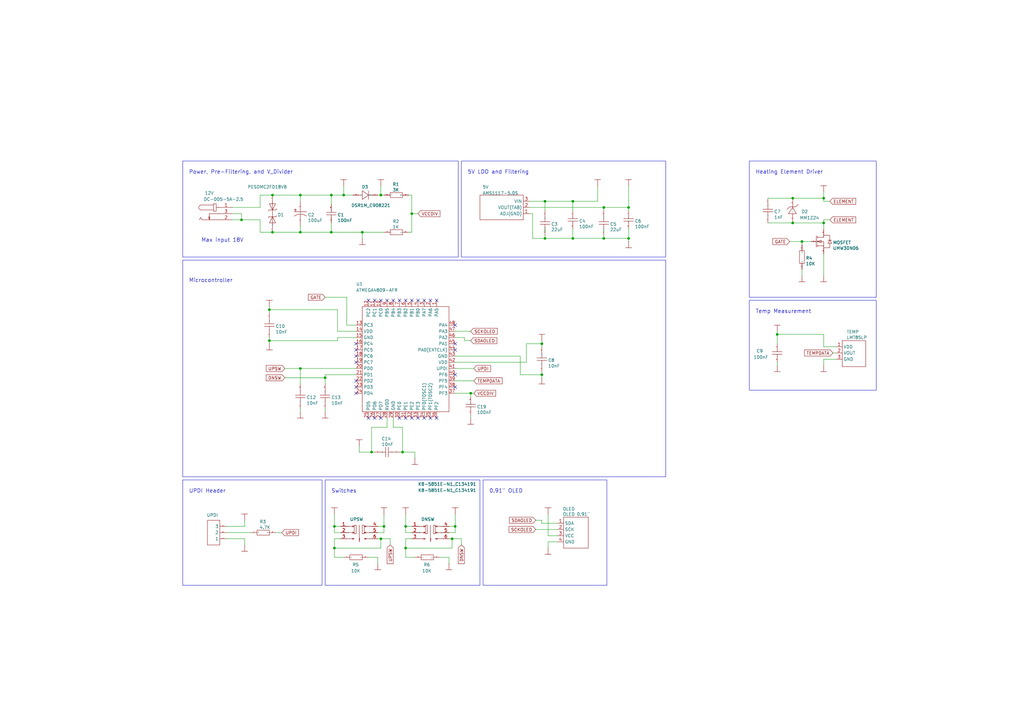
<source format=kicad_sch>
(kicad_sch (version 20231120) (generator "eeschema") (generator_version "8.0")
  (paper "A3")
  (title_block (date "2024-12-31"))
  (junction (at 193.04 161.29))
  (junction (at 257.81 97.79))
  (junction (at 111.76 80.01))
  (junction (at 186.69 215.9))
  (junction (at 325.12 91.44))
  (junction (at 133.35 154.94))
  (junction (at 328.93 99.06))
  (junction (at 123.19 95.25))
  (junction (at 222.25 153.67))
  (junction (at 137.16 215.9))
  (junction (at 234.95 97.79))
  (junction (at 165.1 185.42))
  (junction (at 222.25 140.97))
  (junction (at 157.48 215.9))
  (junction (at 223.52 82.55))
  (junction (at 247.65 97.79))
  (junction (at 257.81 85.09))
  (junction (at 99.06 90.17))
  (junction (at 140.97 80.01))
  (junction (at 185.42 220.98))
  (junction (at 152.4 185.42))
  (junction (at 110.49 127))
  (junction (at 111.76 95.25))
  (junction (at 337.82 91.44))
  (junction (at 337.82 81.28))
  (junction (at 318.77 137.16))
  (junction (at 223.52 97.79))
  (junction (at 135.89 95.25))
  (junction (at 123.19 80.01))
  (junction (at 156.21 80.01))
  (junction (at 168.91 87.63))
  (junction (at 135.89 80.01))
  (junction (at 247.65 85.09))
  (junction (at 325.12 81.28))
  (junction (at 156.21 220.98))
  (junction (at 166.37 215.9))
  (junction (at 166.37 224.79))
  (junction (at 148.59 95.25))
  (junction (at 123.19 151.13))
  (junction (at 110.49 139.7))
  (junction (at 137.16 224.79))
  (junction (at 234.95 82.55))
  (no_connect (at 163.83 171.45))
  (no_connect (at 168.91 171.45))
  (no_connect (at 146.05 158.75))
  (no_connect (at 186.69 153.67))
  (no_connect (at 166.37 123.19))
  (no_connect (at 163.83 123.19))
  (no_connect (at 146.05 143.51))
  (no_connect (at 176.53 171.45))
  (no_connect (at 146.05 140.97))
  (no_connect (at 179.07 171.45))
  (no_connect (at 156.21 123.19))
  (no_connect (at 186.69 133.35))
  (no_connect (at 171.45 123.19))
  (no_connect (at 158.75 123.19))
  (no_connect (at 186.69 143.51))
  (no_connect (at 186.69 140.97))
  (no_connect (at 168.91 123.19))
  (no_connect (at 146.05 148.59))
  (no_connect (at 173.99 123.19))
  (no_connect (at 153.67 171.45))
  (no_connect (at 151.13 171.45))
  (no_connect (at 146.05 161.29))
  (no_connect (at 176.53 123.19))
  (no_connect (at 156.21 171.45))
  (no_connect (at 146.05 156.21))
  (no_connect (at 146.05 146.05))
  (no_connect (at 151.13 123.19))
  (no_connect (at 161.29 123.19))
  (no_connect (at 173.99 171.45))
  (no_connect (at 166.37 171.45))
  (no_connect (at 171.45 171.45))
  (no_connect (at 186.69 158.75))
  (no_connect (at 153.67 123.19))
  (no_connect (at 179.07 123.19))
  (wire (pts (xy 123.19 151.13) (xy 116.84 151.13)))
  (wire (pts (xy 140.97 228.6) (xy 137.16 228.6)))
  (wire (pts (xy 257.81 85.09) (xy 257.81 76.2)))
  (wire (pts (xy 217.17 85.09) (xy 247.65 85.09)))
  (wire (pts (xy 92.71 218.44) (xy 102.87 218.44)))
  (wire (pts (xy 140.97 76.2) (xy 140.97 80.01)))
  (wire (pts (xy 167.64 95.25) (xy 168.91 95.25)))
  (wire (pts (xy 154.94 218.44) (xy 157.48 218.44)))
  (wire (pts (xy 222.25 140.97) (xy 222.25 142.24)))
  (wire (pts (xy 133.35 157.48) (xy 133.35 154.94)))
  (wire (pts (xy 247.65 93.98) (xy 247.65 95.25)))
  (wire (pts (xy 190.5 138.43) (xy 190.5 139.7)))
  (wire (pts (xy 123.19 167.64) (xy 123.19 168.91)))
  (wire (pts (xy 100.33 215.9) (xy 100.33 213.36)))
  (wire (pts (xy 95.25 87.63) (xy 99.06 87.63)))
  (wire (pts (xy 148.59 95.25) (xy 157.48 95.25)))
  (wire (pts (xy 151.13 228.6) (xy 154.94 228.6)))
  (wire (pts (xy 157.48 218.44) (xy 157.48 215.9)))
  (wire (pts (xy 147.32 182.88) (xy 147.32 185.42)))
  (wire (pts (xy 222.25 214.63) (xy 222.25 213.36)))
  (wire (pts (xy 342.9 147.32) (xy 337.82 147.32)))
  (wire (pts (xy 224.79 210.82) (xy 224.79 219.71)))
  (wire (pts (xy 185.42 220.98) (xy 189.23 220.98)))
  (wire (pts (xy 257.81 97.79) (xy 257.81 93.98)))
  (wire (pts (xy 138.43 139.7) (xy 110.49 139.7)))
  (wire (pts (xy 168.91 220.98) (xy 166.37 220.98)))
  (wire (pts (xy 337.82 82.55) (xy 337.82 81.28)))
  (wire (pts (xy 186.69 135.89) (xy 193.04 135.89)))
  (wire (pts (xy 166.37 215.9) (xy 168.91 215.9)))
  (wire (pts (xy 234.95 97.79) (xy 223.52 97.79)))
  (wire (pts (xy 190.5 139.7) (xy 193.04 139.7)))
  (wire (pts (xy 138.43 135.89) (xy 138.43 127)))
  (wire (pts (xy 223.52 97.79) (xy 218.44 97.79)))
  (wire (pts (xy 337.82 142.24) (xy 337.82 137.16)))
  (wire (pts (xy 99.06 87.63) (xy 99.06 90.17)))
  (wire (pts (xy 158.75 171.45) (xy 158.75 175.26)))
  (wire (pts (xy 218.44 97.79) (xy 218.44 87.63)))
  (wire (pts (xy 161.29 171.45) (xy 161.29 175.26)))
  (wire (pts (xy 139.7 218.44) (xy 137.16 218.44)))
  (wire (pts (xy 247.65 96.52) (xy 247.65 97.79)))
  (wire (pts (xy 318.77 135.89) (xy 318.77 137.16)))
  (wire (pts (xy 337.82 147.32) (xy 337.82 149.86)))
  (wire (pts (xy 160.02 220.98) (xy 160.02 223.52)))
  (wire (pts (xy 165.1 175.26) (xy 165.1 185.42)))
  (wire (pts (xy 224.79 224.79) (xy 224.79 222.25)))
  (wire (pts (xy 337.82 91.44) (xy 337.82 90.17)))
  (wire (pts (xy 137.16 210.82) (xy 137.16 215.9)))
  (wire (pts (xy 106.68 80.01) (xy 106.68 85.09)))
  (wire (pts (xy 135.89 91.44) (xy 135.89 95.25)))
  (wire (pts (xy 337.82 104.14) (xy 337.82 113.03)))
  (wire (pts (xy 148.59 95.25) (xy 135.89 95.25)))
  (wire (pts (xy 156.21 80.01) (xy 157.48 80.01)))
  (wire (pts (xy 166.37 220.98) (xy 166.37 224.79)))
  (wire (pts (xy 135.89 80.01) (xy 123.19 80.01)))
  (wire (pts (xy 257.81 97.79) (xy 247.65 97.79)))
  (wire (pts (xy 135.89 95.25) (xy 123.19 95.25)))
  (wire (pts (xy 247.65 86.36) (xy 247.65 85.09)))
  (wire (pts (xy 146.05 151.13) (xy 123.19 151.13)))
  (wire (pts (xy 224.79 219.71) (xy 228.6 219.71)))
  (wire (pts (xy 318.77 140.97) (xy 318.77 137.16)))
  (wire (pts (xy 325.12 81.28) (xy 337.82 81.28)))
  (wire (pts (xy 106.68 95.25) (xy 111.76 95.25)))
  (wire (pts (xy 135.89 83.82) (xy 135.89 80.01)))
  (wire (pts (xy 154.94 220.98) (xy 156.21 220.98)))
  (wire (pts (xy 170.18 185.42) (xy 170.18 187.96)))
  (wire (pts (xy 146.05 135.89) (xy 138.43 135.89)))
  (wire (pts (xy 100.33 220.98) (xy 92.71 220.98)))
  (wire (pts (xy 163.83 185.42) (xy 165.1 185.42)))
  (wire (pts (xy 223.52 82.55) (xy 234.95 82.55)))
  (wire (pts (xy 154.94 80.01) (xy 156.21 80.01)))
  (wire (pts (xy 148.59 97.79) (xy 148.59 95.25)))
  (wire (pts (xy 186.69 148.59) (xy 215.9 148.59)))
  (wire (pts (xy 137.16 224.79) (xy 156.21 224.79)))
  (wire (pts (xy 186.69 215.9) (xy 186.69 210.82)))
  (wire (pts (xy 186.69 156.21) (xy 194.31 156.21)))
  (wire (pts (xy 142.24 121.92) (xy 142.24 133.35)))
  (wire (pts (xy 123.19 92.71) (xy 123.19 95.25)))
  (wire (pts (xy 223.52 86.36) (xy 223.52 82.55)))
  (wire (pts (xy 186.69 161.29) (xy 193.04 161.29)))
  (wire (pts (xy 224.79 222.25) (xy 228.6 222.25)))
  (wire (pts (xy 166.37 210.82) (xy 166.37 215.9)))
  (wire (pts (xy 165.1 185.42) (xy 170.18 185.42)))
  (wire (pts (xy 168.91 218.44) (xy 166.37 218.44)))
  (wire (pts (xy 337.82 93.98) (xy 337.82 91.44)))
  (wire (pts (xy 213.36 153.67) (xy 222.25 153.67)))
  (wire (pts (xy 138.43 127) (xy 110.49 127)))
  (wire (pts (xy 166.37 218.44) (xy 166.37 215.9)))
  (wire (pts (xy 140.97 80.01) (xy 135.89 80.01)))
  (wire (pts (xy 166.37 224.79) (xy 185.42 224.79)))
  (wire (pts (xy 137.16 215.9) (xy 139.7 215.9)))
  (wire (pts (xy 111.76 80.01) (xy 106.68 80.01)))
  (wire (pts (xy 342.9 142.24) (xy 337.82 142.24)))
  (wire (pts (xy 100.33 223.52) (xy 100.33 220.98)))
  (wire (pts (xy 189.23 220.98) (xy 189.23 223.52)))
  (wire (pts (xy 154.94 228.6) (xy 154.94 231.14)))
  (wire (pts (xy 171.45 87.63) (xy 168.91 87.63)))
  (wire (pts (xy 139.7 220.98) (xy 137.16 220.98)))
  (wire (pts (xy 156.21 76.2) (xy 156.21 80.01)))
  (wire (pts (xy 106.68 90.17) (xy 106.68 95.25)))
  (wire (pts (xy 328.93 113.03) (xy 328.93 110.49)))
  (wire (pts (xy 223.52 96.52) (xy 223.52 97.79)))
  (wire (pts (xy 158.75 175.26) (xy 152.4 175.26)))
  (wire (pts (xy 314.96 81.28) (xy 325.12 81.28)))
  (wire (pts (xy 185.42 224.79) (xy 185.42 220.98)))
  (wire (pts (xy 234.95 93.98) (xy 234.95 97.79)))
  (wire (pts (xy 147.32 185.42) (xy 152.4 185.42)))
  (wire (pts (xy 137.16 218.44) (xy 137.16 215.9)))
  (wire (pts (xy 337.82 90.17) (xy 340.36 90.17)))
  (wire (pts (xy 328.93 99.06) (xy 332.74 99.06)))
  (wire (pts (xy 257.81 86.36) (xy 257.81 85.09)))
  (wire (pts (xy 245.11 82.55) (xy 234.95 82.55)))
  (wire (pts (xy 110.49 139.7) (xy 110.49 140.97)))
  (wire (pts (xy 95.25 90.17) (xy 99.06 90.17)))
  (wire (pts (xy 146.05 153.67) (xy 133.35 153.67)))
  (wire (pts (xy 193.04 170.18) (xy 193.04 171.45)))
  (wire (pts (xy 92.71 215.9) (xy 100.33 215.9)))
  (wire (pts (xy 217.17 82.55) (xy 223.52 82.55)))
  (wire (pts (xy 110.49 127) (xy 110.49 128.27)))
  (wire (pts (xy 215.9 148.59) (xy 215.9 140.97)))
  (wire (pts (xy 99.06 90.17) (xy 106.68 90.17)))
  (wire (pts (xy 186.69 138.43) (xy 190.5 138.43)))
  (wire (pts (xy 325.12 91.44) (xy 337.82 91.44)))
  (wire (pts (xy 215.9 140.97) (xy 222.25 140.97)))
  (wire (pts (xy 123.19 95.25) (xy 111.76 95.25)))
  (wire (pts (xy 193.04 161.29) (xy 194.31 161.29)))
  (wire (pts (xy 342.9 144.78) (xy 341.63 144.78)))
  (wire (pts (xy 161.29 175.26) (xy 165.1 175.26)))
  (wire (pts (xy 247.65 97.79) (xy 234.95 97.79)))
  (wire (pts (xy 133.35 167.64) (xy 133.35 168.91)))
  (wire (pts (xy 133.35 121.92) (xy 142.24 121.92)))
  (wire (pts (xy 142.24 133.35) (xy 146.05 133.35)))
  (wire (pts (xy 168.91 95.25) (xy 168.91 87.63)))
  (wire (pts (xy 318.77 149.86) (xy 318.77 148.59)))
  (wire (pts (xy 123.19 157.48) (xy 123.19 151.13)))
  (wire (pts (xy 184.15 220.98) (xy 185.42 220.98)))
  (wire (pts (xy 123.19 80.01) (xy 111.76 80.01)))
  (wire (pts (xy 106.68 85.09) (xy 95.25 85.09)))
  (wire (pts (xy 137.16 220.98) (xy 137.16 224.79)))
  (wire (pts (xy 222.25 139.7) (xy 222.25 140.97)))
  (wire (pts (xy 144.78 80.01) (xy 140.97 80.01)))
  (wire (pts (xy 186.69 146.05) (xy 213.36 146.05)))
  (wire (pts (xy 138.43 138.43) (xy 138.43 139.7)))
  (wire (pts (xy 222.25 152.4) (xy 222.25 153.67)))
  (wire (pts (xy 152.4 185.42) (xy 153.67 185.42)))
  (wire (pts (xy 323.85 99.06) (xy 328.93 99.06)))
  (wire (pts (xy 223.52 93.98) (xy 223.52 95.25)))
  (wire (pts (xy 228.6 214.63) (xy 222.25 214.63)))
  (wire (pts (xy 154.94 215.9) (xy 157.48 215.9)))
  (wire (pts (xy 184.15 228.6) (xy 184.15 231.14)))
  (wire (pts (xy 318.77 137.16) (xy 337.82 137.16)))
  (wire (pts (xy 110.49 138.43) (xy 110.49 139.7)))
  (wire (pts (xy 113.03 218.44) (xy 115.57 218.44)))
  (wire (pts (xy 133.35 153.67) (xy 133.35 154.94)))
  (wire (pts (xy 170.18 228.6) (xy 166.37 228.6)))
  (wire (pts (xy 234.95 82.55) (xy 234.95 86.36)))
  (wire (pts (xy 222.25 153.67) (xy 222.25 154.94)))
  (wire (pts (xy 184.15 215.9) (xy 186.69 215.9)))
  (wire (pts (xy 156.21 220.98) (xy 160.02 220.98)))
  (wire (pts (xy 257.81 99.06) (xy 257.81 97.79)))
  (wire (pts (xy 337.82 81.28) (xy 337.82 78.74)))
  (wire (pts (xy 166.37 228.6) (xy 166.37 224.79)))
  (wire (pts (xy 186.69 218.44) (xy 186.69 215.9)))
  (wire (pts (xy 146.05 138.43) (xy 138.43 138.43)))
  (wire (pts (xy 152.4 175.26) (xy 152.4 185.42)))
  (wire (pts (xy 245.11 76.2) (xy 245.11 82.55)))
  (wire (pts (xy 218.44 87.63) (xy 217.17 87.63)))
  (wire (pts (xy 328.93 100.33) (xy 328.93 99.06)))
  (wire (pts (xy 340.36 82.55) (xy 337.82 82.55)))
  (wire (pts (xy 180.34 228.6) (xy 184.15 228.6)))
  (wire (pts (xy 133.35 154.94) (xy 116.84 154.94)))
  (wire (pts (xy 156.21 224.79) (xy 156.21 220.98)))
  (wire (pts (xy 137.16 228.6) (xy 137.16 224.79)))
  (wire (pts (xy 110.49 125.73) (xy 110.49 127)))
  (wire (pts (xy 213.36 146.05) (xy 213.36 153.67)))
  (wire (pts (xy 168.91 80.01) (xy 167.64 80.01)))
  (wire (pts (xy 184.15 218.44) (xy 186.69 218.44)))
  (wire (pts (xy 157.48 215.9) (xy 157.48 210.82)))
  (wire (pts (xy 219.71 217.17) (xy 228.6 217.17)))
  (wire (pts (xy 193.04 162.56) (xy 193.04 161.29)))
  (wire (pts (xy 168.91 87.63) (xy 168.91 80.01)))
  (wire (pts (xy 314.96 91.44) (xy 325.12 91.44)))
  (wire (pts (xy 194.31 151.13) (xy 186.69 151.13)))
  (wire (pts (xy 247.65 85.09) (xy 257.81 85.09)))
  (wire (pts (xy 222.25 213.36) (xy 219.71 213.36)))
  (wire (pts (xy 123.19 82.55) (xy 123.19 80.01)))
  (rectangle (start 189.23 66.04) (end 273.05 105.41))
  (rectangle (start 307.34 123.19) (end 359.41 160.02))
  (rectangle (start 74.93 196.85) (end 132.08 240.03))
  (rectangle (start 198.12 196.85) (end 248.92 240.03))
  (rectangle (start 133.35 196.85) (end 196.85 240.03))
  (rectangle (start 74.93 66.04) (end 187.96 105.41))
  (rectangle (start 307.34 66.04) (end 359.41 121.92))
  (rectangle (start 74.93 106.68) (end 273.05 195.58))
  (text "Max input 18V" (at 82.55 99.5172 0) (effects (font (size 1.5748 1.5748)) (justify left bottom)))
  (text "UPDI Header" (at 77.47 202.3872 0) (effects (font (size 1.5748 1.5748)) (justify left bottom)))
  (text "Power, Pre-Filtering, and V_Divider" (at 77.47 71.5772 0) (effects (font (size 1.5748 1.5748)) (justify left bottom)))
  (text "Temp Measurement" (at 309.88 128.7272 0) (effects (font (size 1.5748 1.5748)) (justify left bottom)))
  (text "Microcontroller" (at 77.47 116.0272 0) (effects (font (size 1.5748 1.5748)) (justify left bottom)))
  (text "0.91\" OLED" (at 200.66 202.3872 0) (effects (font (size 1.5748 1.5748)) (justify left bottom)))
  (text "5V LDO and Filtering" (at 191.77 71.5772 0) (effects (font (size 1.5748 1.5748)) (justify left bottom)))
  (text "Heating Element Driver" (at 309.88 71.5772 0) (effects (font (size 1.5748 1.5748)) (justify left bottom)))
  (text "Switches" (at 135.89 202.3872 0) (effects (font (size 1.5748 1.5748)) (justify left bottom)))
  (global_label "VCCDIV" (shape input) (at 194.31 161.29 0) (property "Intersheetrefs" "${INTERSHEET_REFS}" (effects (hide yes))))
  (global_label "UPSW" (shape input) (at 160.02 223.52 270) (property "Intersheetrefs" "${INTERSHEET_REFS}" (effects (hide yes))))
  (global_label "SCKOLED" (shape input) (at 219.71 217.17 180) (property "Intersheetrefs" "${INTERSHEET_REFS}" (effects (hide yes))))
  (global_label "ELEMENT" (shape input) (at 340.36 82.55 0) (property "Intersheetrefs" "${INTERSHEET_REFS}" (effects (hide yes))))
  (global_label "DNSW" (shape input) (at 116.84 154.94 180) (property "Intersheetrefs" "${INTERSHEET_REFS}" (effects (hide yes))))
  (global_label "SDAOLED" (shape input) (at 219.71 213.36 180) (property "Intersheetrefs" "${INTERSHEET_REFS}" (effects (hide yes))))
  (global_label "GATE" (shape input) (at 133.35 121.92 180) (property "Intersheetrefs" "${INTERSHEET_REFS}" (effects (hide yes))))
  (global_label "VCCDIV" (shape input) (at 171.45 87.63 0) (property "Intersheetrefs" "${INTERSHEET_REFS}" (effects (hide yes))))
  (global_label "DNSW" (shape input) (at 189.23 223.52 270) (property "Intersheetrefs" "${INTERSHEET_REFS}" (effects (hide yes))))
  (global_label "SCKOLED" (shape input) (at 193.04 135.89 0) (property "Intersheetrefs" "${INTERSHEET_REFS}" (effects (hide yes))))
  (global_label "ELEMENT" (shape input) (at 340.36 90.17 0) (property "Intersheetrefs" "${INTERSHEET_REFS}" (effects (hide yes))))
  (global_label "TEMPDATA" (shape input) (at 194.31 156.21 0) (property "Intersheetrefs" "${INTERSHEET_REFS}" (effects (hide yes))))
  (global_label "UPSW" (shape input) (at 116.84 151.13 180) (property "Intersheetrefs" "${INTERSHEET_REFS}" (effects (hide yes))))
  (global_label "TEMPDATA" (shape input) (at 341.63 144.78 180) (property "Intersheetrefs" "${INTERSHEET_REFS}" (effects (hide yes))))
  (global_label "UPDI" (shape input) (at 194.31 151.13 0) (property "Intersheetrefs" "${INTERSHEET_REFS}" (effects (hide yes))))
  (global_label "GATE" (shape input) (at 323.85 99.06 180) (property "Intersheetrefs" "${INTERSHEET_REFS}" (effects (hide yes))))
  (global_label "UPDI" (shape input) (at 115.57 218.44 0) (property "Intersheetrefs" "${INTERSHEET_REFS}" (effects (hide yes))))
  (global_label "SDAOLED" (shape input) (at 193.04 139.7 0) (property "Intersheetrefs" "${INTERSHEET_REFS}" (effects (hide yes))))
  (symbol (lib_id "Solder-Ref-easyedapro:0V") (at 224.79 224.79 180) (unit 1)
    (property "Reference" "#PWR?" (effects (hide yes)))
    (property "Value" "0V" (effects (hide yes)))
    (property "Footprint" "Solder-Ref-easyedapro:" (effects (hide yes)))
  )
  (symbol (lib_id "Solder-Ref-easyedapro:100nF") (at 135.89 87.63 90) (unit 1)
    (property "Reference" "C1" (at 138.43 88.8238 90) (effects (justify right top)))
    (property "Value" "100nF" (at 138.43 91.1352 90) (effects (justify right top)))
    (property "Footprint" "Solder-Ref-easyedapro:C0603" (effects (hide yes)))
    (property "Manufacturer Part" "0603B104K250" (effects (hide yes)))
    (property "Manufacturer" "WTC" (effects (hide yes)))
    (property "Supplier Part" "C83054" (effects (hide yes)))
    (property "Supplier" "LCSC" (effects (hide yes)))
    (property "Add into BOM" "yes" (effects (hide yes)))
    (property "Convert to PCB" "yes" (effects (hide yes)))
    (property "Origin Footprint" "C0603" (effects (hide yes)))
  )
  (symbol (lib_id "Solder-Ref-easyedapro:0V") (at 193.04 171.45 180) (unit 1)
    (property "Reference" "#PWR?" (effects (hide yes)))
    (property "Value" "0V" (effects (hide yes)))
    (property "Footprint" "Solder-Ref-easyedapro:" (effects (hide yes)))
  )
  (symbol (lib_id "Solder-Ref-easyedapro:VCC") (at 140.97 76.2 0) (unit 1)
    (property "Reference" "#PWR?" (effects (hide yes)))
    (property "Value" "VCC" (effects (hide yes)))
    (property "Footprint" "Solder-Ref-easyedapro:" (effects (hide yes)))
  )
  (symbol (lib_id "Solder-Ref-easyedapro:K8-5851E-N1_C134191") (at 176.53 218.44 270) (unit 1)
    (property "Reference" "DNSW" (at 172.72 213.7156 90) (effects (justify left bottom)))
    (property "Value" "K8-5851E-N1_C134191" (at 171.4754 201.8284 90) (effects (justify left bottom)))
    (property "Footprint" "Solder-Ref-easyedapro:SW-TH_6P-L5.8-W5.8-P2.00-LS4.5-BL" (effects (hide yes)))
    (property "Manufacturer Part" "K8-5851E-N1" (effects (hide yes)))
    (property "Manufacturer" "HRO" (effects (hide yes)))
    (property "Supplier Part" "C134191" (effects (hide yes)))
    (property "Supplier" "LCSC" (effects (hide yes)))
    (property "Add into BOM" "yes" (effects (hide yes)))
    (property "Convert to PCB" "yes" (effects (hide yes)))
    (property "Origin Footprint" "SW-TH_6P-L5.8-W5.8-P2.00-LS4.5-BL" (effects (hide yes)))
  )
  (symbol (lib_name "10K_1") (lib_id "Solder-Ref-easyedapro:10K") (at 328.93 105.41 90) (unit 1)
    (property "Reference" "R4" (at 330.454 106.5784 90) (effects (justify right top)))
    (property "Value" "10K" (at 330.454 108.8898 90) (effects (justify right top)))
    (property "Footprint" "Solder-Ref-easyedapro:R0603" (effects (hide yes)))
    (property "Manufacturer Part" "RTT03103JTP" (effects (hide yes)))
    (property "Manufacturer" "RALEC" (effects (hide yes)))
    (property "Supplier Part" "C103210" (effects (hide yes)))
    (property "Supplier" "LCSC" (effects (hide yes)))
    (property "Add into BOM" "yes" (effects (hide yes)))
    (property "Convert to PCB" "yes" (effects (hide yes)))
    (property "Origin Footprint" "R0603" (effects (hide yes)))
  )
  (symbol (lib_id "Solder-Ref-easyedapro:1nF") (at 314.96 86.36 90) (unit 1)
    (property "Reference" "C7" (at 317.5 87.5284 90) (effects (justify right top)))
    (property "Value" "1nF" (at 317.5 89.8398 90) (effects (justify right top)))
    (property "Footprint" "Solder-Ref-easyedapro:C0805" (effects (hide yes)))
    (property "Manufacturer Part" "FM21X102K501PXG" (effects (hide yes)))
    (property "Manufacturer" "PSA(Prosperity Dielectrics)" (effects (hide yes)))
    (property "Supplier Part" "C440004" (effects (hide yes)))
    (property "Supplier" "LCSC" (effects (hide yes)))
    (property "Add into BOM" "yes" (effects (hide yes)))
    (property "Convert to PCB" "yes" (effects (hide yes)))
    (property "Origin Footprint" "C0805" (effects (hide yes)))
  )
  (symbol (lib_id "Solder-Ref-easyedapro:0V") (at 318.77 149.86 180) (unit 1)
    (property "Reference" "#PWR?" (effects (hide yes)))
    (property "Value" "0V" (effects (hide yes)))
    (property "Footprint" "Solder-Ref-easyedapro:" (effects (hide yes)))
  )
  (symbol (lib_id "Solder-Ref-easyedapro:PESDMC2FD18VB") (at 111.76 87.63 90) (unit 1)
    (property "Reference" "D1" (at 113.792 88.8238 90) (effects (justify right top)))
    (property "Value" "PESDMC2FD18VB" (at 101.5238 77.3938 90) (effects (justify right top)))
    (property "Footprint" "Solder-Ref-easyedapro:SOD-882_L1.0-W0.6-BI" (effects (hide yes)))
    (property "Manufacturer Part" "PESDMC2FD18VB" (effects (hide yes)))
    (property "Manufacturer" "Shanghai Prisemi Elec" (effects (hide yes)))
    (property "Supplier Part" "C110703" (effects (hide yes)))
    (property "Supplier" "LCSC" (effects (hide yes)))
    (property "Add into BOM" "yes" (effects (hide yes)))
    (property "Convert to PCB" "yes" (effects (hide yes)))
    (property "Origin Footprint" "SOD-882_L1.0-W0.6-BI" (effects (hide yes)))
  )
  (symbol (lib_id "Solder-Ref-easyedapro:10nF") (at 222.25 147.32 90) (unit 1)
    (property "Reference" "C8" (at 224.79 148.4884 90) (effects (justify right top)))
    (property "Value" "10nF" (at 224.79 150.8252 90) (effects (justify right top)))
    (property "Footprint" "Solder-Ref-easyedapro:C0402" (effects (hide yes)))
    (property "Manufacturer Part" "0402B103J500CT" (effects (hide yes)))
    (property "Manufacturer" "Huaxin S&T" (effects (hide yes)))
    (property "Supplier Part" "C295917" (effects (hide yes)))
    (property "Supplier" "LCSC" (effects (hide yes)))
    (property "Add into BOM" "yes" (effects (hide yes)))
    (property "Convert to PCB" "yes" (effects (hide yes)))
    (property "Origin Footprint" "C0402" (effects (hide yes)))
  )
  (symbol (lib_id "Solder-Ref-easyedapro:0V") (at 110.49 140.97 180) (unit 1)
    (property "Reference" "#PWR?" (effects (hide yes)))
    (property "Value" "0V" (effects (hide yes)))
    (property "Footprint" "Solder-Ref-easyedapro:" (effects (hide yes)))
  )
  (symbol (lib_id "Solder-Ref-easyedapro:MM1Z24") (at 325.12 86.36 90) (unit 1)
    (property "Reference" "D2" (at 328.676 87.5284 90) (effects (justify right top)))
    (property "Value" "MM1Z24" (at 328.041 90.0684 90) (effects (justify right top)))
    (property "Footprint" "Solder-Ref-easyedapro:SOD-123_L2.8-W1.8-LS3.7-FD" (effects (hide yes)))
    (property "Manufacturer Part" "MM1Z24" (effects (hide yes)))
    (property "Manufacturer" "SEMTECH" (effects (hide yes)))
    (property "Supplier Part" "C82522" (effects (hide yes)))
    (property "Supplier" "LCSC" (effects (hide yes)))
    (property "Add into BOM" "yes" (effects (hide yes)))
    (property "Convert to PCB" "yes" (effects (hide yes)))
    (property "Origin Footprint" "SOD-123_L2.8-W1.8-LS3.7-FD" (effects (hide yes)))
  )
  (symbol (lib_id "Solder-Ref-easyedapro:5V+") (at 224.79 210.82 0) (unit 1)
    (property "Reference" "#PWR?" (effects (hide yes)))
    (property "Value" "5V+" (effects (hide yes)))
    (property "Footprint" "Solder-Ref-easyedapro:" (effects (hide yes)))
  )
  (symbol (lib_id "Solder-Ref-easyedapro:100nF") (at 193.04 166.37 90) (unit 1)
    (property "Reference" "C19" (at 195.58 167.5638 90) (effects (justify right top)))
    (property "Value" "100nF" (at 195.58 169.8752 90) (effects (justify right top)))
    (property "Footprint" "Solder-Ref-easyedapro:C0603" (effects (hide yes)))
    (property "Manufacturer Part" "0603B104K250" (effects (hide yes)))
    (property "Manufacturer" "WTC" (effects (hide yes)))
    (property "Supplier Part" "C83054" (effects (hide yes)))
    (property "Supplier" "LCSC" (effects (hide yes)))
    (property "Add into BOM" "yes" (effects (hide yes)))
    (property "Convert to PCB" "yes" (effects (hide yes)))
    (property "Origin Footprint" "C0603" (effects (hide yes)))
  )
  (symbol (lib_id "Solder-Ref-easyedapro:OLED 0.91&quot;") (at 234.95 218.44 0) (unit 1)
    (property "Reference" "OLED" (at 230.7844 209.4738 0) (effects (justify left bottom)))
    (property "Value" "OLED 0.91\"" (at 230.7844 211.6074 0) (effects (justify left bottom)))
    (property "Footprint" "Solder-Ref-easyedapro:OLED_0.91_128X32" (effects (hide yes)))
    (property "Manufacturer Part" "OLED 0.91\" 128x32" (effects (hide yes)))
    (property "Supplier Part" "C91220" (effects (hide yes)))
    (property "Supplier" "LCSC" (effects (hide yes)))
    (property "Add into BOM" "no" (effects (hide yes)))
    (property "Convert to PCB" "yes" (effects (hide yes)))
    (property "Origin Footprint" "OLED_0.91_128X32" (effects (hide yes)))
  )
  (symbol (lib_id "Solder-Ref-easyedapro:0V") (at 100.33 223.52 180) (unit 1)
    (property "Reference" "#PWR?" (effects (hide yes)))
    (property "Value" "0V" (effects (hide yes)))
    (property "Footprint" "Solder-Ref-easyedapro:" (effects (hide yes)))
  )
  (symbol (lib_id "Solder-Ref-easyedapro:0V") (at 154.94 231.14 180) (unit 1)
    (property "Reference" "#PWR?" (effects (hide yes)))
    (property "Value" "0V" (effects (hide yes)))
    (property "Footprint" "Solder-Ref-easyedapro:" (effects (hide yes)))
  )
  (symbol (lib_id "Solder-Ref-easyedapro:ATMEGA4809-AFR") (at 166.37 148.59 270) (unit 1)
    (property "Reference" "U1" (at 146.05 117.1956 90) (effects (justify left bottom)))
    (property "Value" "ATMEGA4809-AFR" (at 146.05 119.7356 90) (effects (justify left bottom)))
    (property "Footprint" "Solder-Ref-easyedapro:TQFP-48_L7.0-W7.0-P0.50-LS9.0-BL" (effects (hide yes)))
    (property "Manufacturer Part" "ATMEGA4809-AFR" (effects (hide yes)))
    (property "Manufacturer" "Microchip Tech" (effects (hide yes)))
    (property "Supplier Part" "C189475" (effects (hide yes)))
    (property "Supplier" "LCSC" (effects (hide yes)))
    (property "Add into BOM" "yes" (effects (hide yes)))
    (property "Convert to PCB" "yes" (effects (hide yes)))
    (property "Origin Footprint" "TQFP-48_L7.0-W7.0-P0.50-LS9.0-BL" (effects (hide yes)))
  )
  (symbol (lib_id "Solder-Ref-easyedapro:100nF") (at 234.95 90.17 270) (unit 1)
    (property "Reference" "C4" (at 237.49 91.3638 90) (effects (justify left bottom)))
    (property "Value" "100nF" (at 237.49 93.6752 90) (effects (justify left bottom)))
    (property "Footprint" "Solder-Ref-easyedapro:C0603" (effects (hide yes)))
    (property "Manufacturer Part" "0603B104K250" (effects (hide yes)))
    (property "Manufacturer" "WTC" (effects (hide yes)))
    (property "Supplier Part" "C83054" (effects (hide yes)))
    (property "Supplier" "LCSC" (effects (hide yes)))
    (property "Add into BOM" "yes" (effects (hide yes)))
    (property "Convert to PCB" "yes" (effects (hide yes)))
    (property "Origin Footprint" "C0603" (effects (hide yes)))
  )
  (symbol (lib_id "Solder-Ref-easyedapro:K8-5851E-N1_C134191") (at 147.32 218.44 270) (unit 1)
    (property "Reference" "UPSW" (at 143.51 213.7156 90) (effects (justify left bottom)))
    (property "Value" "K8-5851E-N1_C134191" (at 171.4754 199.2884 90) (effects (justify left bottom)))
    (property "Footprint" "Solder-Ref-easyedapro:SW-TH_6P-L5.8-W5.8-P2.00-LS4.5-BL" (effects (hide yes)))
    (property "Manufacturer Part" "K8-5851E-N1" (effects (hide yes)))
    (property "Manufacturer" "HRO" (effects (hide yes)))
    (property "Supplier Part" "C134191" (effects (hide yes)))
    (property "Supplier" "LCSC" (effects (hide yes)))
    (property "Add into BOM" "yes" (effects (hide yes)))
    (property "Convert to PCB" "yes" (effects (hide yes)))
    (property "Origin Footprint" "SW-TH_6P-L5.8-W5.8-P2.00-LS4.5-BL" (effects (hide yes)))
  )
  (symbol (lib_id "Solder-Ref-easyedapro:22uF") (at 223.52 91.44 90) (unit 1)
    (property "Reference" "C3" (at 226.06 92.6592 90) (effects (justify right top)))
    (property "Value" "22uF" (at 226.06 94.8944 90) (effects (justify right top)))
    (property "Footprint" "Solder-Ref-easyedapro:C0805" (effects (hide yes)))
    (property "Manufacturer Part" "CL21A226MAYNNNE" (effects (hide yes)))
    (property "Manufacturer" "Samsung Electro-Mechanics" (effects (hide yes)))
    (property "Supplier Part" "C602037" (effects (hide yes)))
    (property "Supplier" "LCSC" (effects (hide yes)))
    (property "Add into BOM" "yes" (effects (hide yes)))
    (property "Convert to PCB" "yes" (effects (hide yes)))
    (property "Origin Footprint" "C0805" (effects (hide yes)))
  )
  (symbol (lib_id "Solder-Ref-easyedapro:0V") (at 123.19 168.91 180) (unit 1)
    (property "Reference" "#PWR?" (effects (hide yes)))
    (property "Value" "0V" (effects (hide yes)))
    (property "Footprint" "Solder-Ref-easyedapro:" (effects (hide yes)))
  )
  (symbol (lib_id "Solder-Ref-easyedapro:DSR1M_C908221") (at 149.86 80.01 180) (unit 1)
    (property "Reference" "D3" (at 148.336 77.3684 0) (effects (justify right top)))
    (property "Value" "DSR1M_C908221" (at 144.0434 84.9884 0) (effects (justify right top)))
    (property "Footprint" "Solder-Ref-easyedapro:SOD-123_L2.8-W1.8-LS3.7-RD" (effects (hide yes)))
    (property "Manufacturer Part" "DSR1M" (effects (hide yes)))
    (property "Manufacturer" "FUXINSEMI" (effects (hide yes)))
    (property "Supplier Part" "C908221" (effects (hide yes)))
    (property "Supplier" "LCSC" (effects (hide yes)))
    (property "Add into BOM" "yes" (effects (hide yes)))
    (property "Convert to PCB" "yes" (effects (hide yes)))
    (property "Origin Footprint" "SOD-123_L2.8-W1.8-LS3.7-RD" (effects (hide yes)))
  )
  (symbol (lib_id "Solder-Ref-easyedapro:10K") (at 175.26 228.6 0) (unit 1)
    (property "Reference" "R6" (at 173.736 232.3338 0) (effects (justify left bottom)))
    (property "Value" "10K" (at 173.1264 234.8738 0) (effects (justify left bottom)))
    (property "Footprint" "Solder-Ref-easyedapro:R0603" (effects (hide yes)))
    (property "Manufacturer Part" "RTT03103JTP" (effects (hide yes)))
    (property "Manufacturer" "RALEC" (effects (hide yes)))
    (property "Supplier Part" "C103210" (effects (hide yes)))
    (property "Supplier" "LCSC" (effects (hide yes)))
    (property "Add into BOM" "yes" (effects (hide yes)))
    (property "Convert to PCB" "yes" (effects (hide yes)))
    (property "Origin Footprint" "R0603" (effects (hide yes)))
  )
  (symbol (lib_id "Solder-Ref-easyedapro:4.7K") (at 107.95 218.44 0) (unit 1)
    (property "Reference" "R3" (at 106.426 214.7062 0) (effects (justify left bottom)))
    (property "Value" "4.7K" (at 106.426 217.0176 0) (effects (justify left bottom)))
    (property "Footprint" "Solder-Ref-easyedapro:R0603" (effects (hide yes)))
    (property "Manufacturer Part" "AC0603JR-074K7L" (effects (hide yes)))
    (property "Manufacturer" "YAGEO" (effects (hide yes)))
    (property "Supplier Part" "C144596" (effects (hide yes)))
    (property "Supplier" "LCSC" (effects (hide yes)))
    (property "Add into BOM" "yes" (effects (hide yes)))
    (property "Convert to PCB" "yes" (effects (hide yes)))
    (property "Origin Footprint" "R0603" (effects (hide yes)))
    (property "Resistance" "4.7kΩ" (effects (hide yes)))
  )
  (symbol (lib_id "Solder-Ref-easyedapro:5V+") (at 147.32 182.88 0) (unit 1)
    (property "Reference" "#PWR?" (effects (hide yes)))
    (property "Value" "5V+" (effects (hide yes)))
    (property "Footprint" "Solder-Ref-easyedapro:" (effects (hide yes)))
  )
  (symbol (lib_id "Solder-Ref-easyedapro:5V+") (at 137.16 210.82 0) (unit 1)
    (property "Reference" "#PWR?" (effects (hide yes)))
    (property "Value" "5V+" (effects (hide yes)))
    (property "Footprint" "Solder-Ref-easyedapro:" (effects (hide yes)))
  )
  (symbol (lib_id "Solder-Ref-easyedapro:0V") (at 133.35 168.91 180) (unit 1)
    (property "Reference" "#PWR?" (effects (hide yes)))
    (property "Value" "0V" (effects (hide yes)))
    (property "Footprint" "Solder-Ref-easyedapro:" (effects (hide yes)))
  )
  (symbol (lib_id "Solder-Ref-easyedapro:0V") (at 148.59 97.79 180) (unit 1)
    (property "Reference" "#PWR?" (effects (hide yes)))
    (property "Value" "0V" (effects (hide yes)))
    (property "Footprint" "Solder-Ref-easyedapro:" (effects (hide yes)))
  )
  (symbol (lib_id "Solder-Ref-easyedapro:0V") (at 184.15 231.14 180) (unit 1)
    (property "Reference" "#PWR?" (effects (hide yes)))
    (property "Value" "0V" (effects (hide yes)))
    (property "Footprint" "Solder-Ref-easyedapro:" (effects (hide yes)))
  )
  (symbol (lib_id "Solder-Ref-easyedapro:0V") (at 337.82 149.86 180) (unit 1)
    (property "Reference" "#PWR?" (effects (hide yes)))
    (property "Value" "0V" (effects (hide yes)))
    (property "Footprint" "Solder-Ref-easyedapro:" (effects (hide yes)))
  )
  (symbol (lib_id "Solder-Ref-easyedapro:3K") (at 162.56 80.01 0) (unit 1)
    (property "Reference" "R1" (at 161.0106 76.3016 0) (effects (justify left bottom)))
    (property "Value" "3K" (at 161.0106 78.5876 0) (effects (justify left bottom)))
    (property "Footprint" "Solder-Ref-easyedapro:R0805" (effects (hide yes)))
    (property "Manufacturer Part" "RTT05302JTP" (effects (hide yes)))
    (property "Manufacturer" "RALEC" (effects (hide yes)))
    (property "Supplier Part" "C104211" (effects (hide yes)))
    (property "Supplier" "LCSC" (effects (hide yes)))
    (property "Add into BOM" "yes" (effects (hide yes)))
    (property "Convert to PCB" "yes" (effects (hide yes)))
    (property "Origin Footprint" "R0805" (effects (hide yes)))
  )
  (symbol (lib_id "Solder-Ref-easyedapro:10nF") (at 110.49 133.35 90) (unit 1)
    (property "Reference" "C10" (at 113.03 134.5184 90) (effects (justify right top)))
    (property "Value" "10nF" (at 113.03 136.8552 90) (effects (justify right top)))
    (property "Footprint" "Solder-Ref-easyedapro:C0402" (effects (hide yes)))
    (property "Manufacturer Part" "0402B103J500CT" (effects (hide yes)))
    (property "Manufacturer" "Huaxin S&T" (effects (hide yes)))
    (property "Supplier Part" "C295917" (effects (hide yes)))
    (property "Supplier" "LCSC" (effects (hide yes)))
    (property "Add into BOM" "yes" (effects (hide yes)))
    (property "Convert to PCB" "yes" (effects (hide yes)))
    (property "Origin Footprint" "C0402" (effects (hide yes)))
  )
  (symbol (lib_id "Solder-Ref-easyedapro:VIN-D") (at 156.21 76.2 0) (unit 1)
    (property "Reference" "#PWR?" (effects (hide yes)))
    (property "Value" "VIN-D" (effects (hide yes)))
    (property "Footprint" "Solder-Ref-easyedapro:" (effects (hide yes)))
  )
  (symbol (lib_id "Solder-Ref-easyedapro:LMT85LP") (at 347.98 144.78 0) (unit 1)
    (property "Reference" "TEMP" (at 347.218 136.8552 0) (effects (justify left bottom)))
    (property "Value" "LMT85LP" (at 347.218 139.1666 0) (effects (justify left bottom)))
    (property "Footprint" "Solder-Ref-easyedapro:TO-92-3_L4.9-W3.7-P1.27-L" (effects (hide yes)))
    (property "Manufacturer Part" "LMT85LP" (effects (hide yes)))
    (property "Manufacturer" "TI" (effects (hide yes)))
    (property "Supplier Part" "C75856" (effects (hide yes)))
    (property "Supplier" "LCSC" (effects (hide yes)))
    (property "Add into BOM" "yes" (effects (hide yes)))
    (property "Convert to PCB" "yes" (effects (hide yes)))
    (property "Origin Footprint" "TO-92-3_L4.9-W3.7-P1.27-L" (effects (hide yes)))
  )
  (symbol (lib_id "Solder-Ref-easyedapro:VCC") (at 337.82 78.74 0) (unit 1)
    (property "Reference" "#PWR?" (effects (hide yes)))
    (property "Value" "VCC" (effects (hide yes)))
    (property "Footprint" "Solder-Ref-easyedapro:" (effects (hide yes)))
  )
  (symbol (lib_id "Solder-Ref-easyedapro:0V") (at 328.93 113.03 180) (unit 1)
    (property "Reference" "#PWR?" (effects (hide yes)))
    (property "Value" "0V" (effects (hide yes)))
    (property "Footprint" "Solder-Ref-easyedapro:" (effects (hide yes)))
  )
  (symbol (lib_id "Solder-Ref-easyedapro:0V") (at 257.81 99.06 180) (unit 1)
    (property "Reference" "#PWR?" (effects (hide yes)))
    (property "Value" "0V" (effects (hide yes)))
    (property "Footprint" "Solder-Ref-easyedapro:" (effects (hide yes)))
  )
  (symbol (lib_id "Solder-Ref-easyedapro:5V+") (at 318.77 135.89 0) (unit 1)
    (property "Reference" "#PWR?" (effects (hide yes)))
    (property "Value" "5V+" (effects (hide yes)))
    (property "Footprint" "Solder-Ref-easyedapro:" (effects (hide yes)))
  )
  (symbol (lib_id "Solder-Ref-easyedapro:5V+") (at 222.25 139.7 0) (unit 1)
    (property "Reference" "#PWR?" (effects (hide yes)))
    (property "Value" "5V+" (effects (hide yes)))
    (property "Footprint" "Solder-Ref-easyedapro:" (effects (hide yes)))
  )
  (symbol (lib_id "Solder-Ref-easyedapro:100nF") (at 318.77 144.78 270) (unit 1)
    (property "Reference" "C9" (at 310.2356 144.6784 90) (effects (justify left bottom)))
    (property "Value" "100nF" (at 309.0418 147.2184 90) (effects (justify left bottom)))
    (property "Footprint" "Solder-Ref-easyedapro:C0603" (effects (hide yes)))
    (property "Manufacturer Part" "0603B104K250" (effects (hide yes)))
    (property "Manufacturer" "WTC" (effects (hide yes)))
    (property "Supplier Part" "C83054" (effects (hide yes)))
    (property "Supplier" "LCSC" (effects (hide yes)))
    (property "Add into BOM" "yes" (effects (hide yes)))
    (property "Convert to PCB" "yes" (effects (hide yes)))
    (property "Origin Footprint" "C0603" (effects (hide yes)))
  )
  (symbol (lib_id "Solder-Ref-easyedapro:5V+") (at 157.48 210.82 0) (unit 1)
    (property "Reference" "#PWR?" (effects (hide yes)))
    (property "Value" "5V+" (effects (hide yes)))
    (property "Footprint" "Solder-Ref-easyedapro:" (effects (hide yes)))
  )
  (symbol (lib_id "Solder-Ref-easyedapro:DC-005-5A-2.5") (at 90.17 87.63 0) (unit 1)
    (property "Reference" "12V" (at 83.9724 79.9084 0) (effects (justify left bottom)))
    (property "Value" "DC-005-5A-2.5" (at 83.4644 82.4484 0) (effects (justify left bottom)))
    (property "Footprint" "Solder-Ref-easyedapro:DC-IN-TH_DC-005-5A-2.5" (effects (hide yes)))
    (property "Manufacturer Part" "DC-005-5A-2.5" (effects (hide yes)))
    (property "Manufacturer" "XKB Enterprise" (effects (hide yes)))
    (property "Supplier Part" "C381115" (effects (hide yes)))
    (property "Supplier" "LCSC" (effects (hide yes)))
    (property "Add into BOM" "yes" (effects (hide yes)))
    (property "Convert to PCB" "yes" (effects (hide yes)))
    (property "Origin Footprint" "DC-IN-TH_DC-005-5A-2.5" (effects (hide yes)))
  )
  (symbol (lib_id "Solder-Ref-easyedapro:10nF") (at 133.35 162.56 90) (unit 1)
    (property "Reference" "C13" (at 135.89 163.7284 90) (effects (justify right top)))
    (property "Value" "10nF" (at 135.89 166.0652 90) (effects (justify right top)))
    (property "Footprint" "Solder-Ref-easyedapro:C0402" (effects (hide yes)))
    (property "Manufacturer Part" "0402B103J500CT" (effects (hide yes)))
    (property "Manufacturer" "Huaxin S&T" (effects (hide yes)))
    (property "Supplier Part" "C295917" (effects (hide yes)))
    (property "Supplier" "LCSC" (effects (hide yes)))
    (property "Add into BOM" "yes" (effects (hide yes)))
    (property "Convert to PCB" "yes" (effects (hide yes)))
    (property "Origin Footprint" "C0402" (effects (hide yes)))
  )
  (symbol (lib_id "Solder-Ref-easyedapro:0V") (at 222.25 154.94 180) (unit 1)
    (property "Reference" "#PWR?" (effects (hide yes)))
    (property "Value" "0V" (effects (hide yes)))
    (property "Footprint" "Solder-Ref-easyedapro:" (effects (hide yes)))
  )
  (symbol (lib_id "Solder-Ref-easyedapro:0V") (at 170.18 187.96 180) (unit 1)
    (property "Reference" "#PWR?" (effects (hide yes)))
    (property "Value" "0V" (effects (hide yes)))
    (property "Footprint" "Solder-Ref-easyedapro:" (effects (hide yes)))
  )
  (symbol (lib_id "Solder-Ref-easyedapro:5V+") (at 257.81 76.2 0) (unit 1)
    (property "Reference" "#PWR?" (effects (hide yes)))
    (property "Value" "5V+" (effects (hide yes)))
    (property "Footprint" "Solder-Ref-easyedapro:" (effects (hide yes)))
  )
  (symbol (lib_id "Solder-Ref-easyedapro:10nF") (at 123.19 162.56 90) (unit 1)
    (property "Reference" "C12" (at 125.73 163.7284 90) (effects (justify right top)))
    (property "Value" "10nF" (at 125.73 166.0652 90) (effects (justify right top)))
    (property "Footprint" "Solder-Ref-easyedapro:C0402" (effects (hide yes)))
    (property "Manufacturer Part" "0402B103J500CT" (effects (hide yes)))
    (property "Manufacturer" "Huaxin S&T" (effects (hide yes)))
    (property "Supplier Part" "C295917" (effects (hide yes)))
    (property "Supplier" "LCSC" (effects (hide yes)))
    (property "Add into BOM" "yes" (effects (hide yes)))
    (property "Convert to PCB" "yes" (effects (hide yes)))
    (property "Origin Footprint" "C0402" (effects (hide yes)))
  )
  (symbol (lib_id "Solder-Ref-easyedapro:Header-Male-2.54_1x3") (at 88.9 218.44 180) (unit 1)
    (property "Reference" "UPDI" (at 84.7852 211.9884 0) (effects (justify right top)))
    (property "Value" "Header-Male-2.54_1x3" (effects (hide yes)))
    (property "Footprint" "Solder-Ref-easyedapro:HDR-TH_3P-P2.54-V-M-1" (effects (hide yes)))
    (property "Manufacturer Part" "Header2.54mm 1*3P" (effects (hide yes)))
    (property "Manufacturer" "BOOMELE" (effects (hide yes)))
    (property "Supplier Part" "C49257" (effects (hide yes)))
    (property "Supplier" "LCSC" (effects (hide yes)))
    (property "Add into BOM" "yes" (effects (hide yes)))
    (property "Convert to PCB" "yes" (effects (hide yes)))
    (property "Origin Footprint" "HDR-TH_3P-P2.54-V-M-1" (effects (hide yes)))
  )
  (symbol (lib_id "Solder-Ref-easyedapro:AMS1117-5.0S") (at 207.01 85.09 180) (unit 1)
    (property "Reference" "5V" (at 197.9168 77.3938 0) (effects (justify right top)))
    (property "Value" "AMS1117-5.0S" (at 197.9168 79.9338 0) (effects (justify right top)))
    (property "Footprint" "Solder-Ref-easyedapro:SOT-89_L4.5-W2.5-P1.50-LS4.2-BR" (effects (hide yes)))
    (property "Manufacturer Part" "AMS1117-5.0S" (effects (hide yes)))
    (property "Manufacturer" "Youtai Semiconductor Co., Ltd." (effects (hide yes)))
    (property "Supplier Part" "C351450" (effects (hide yes)))
    (property "Supplier" "LCSC" (effects (hide yes)))
    (property "Add into BOM" "yes" (effects (hide yes)))
    (property "Convert to PCB" "yes" (effects (hide yes)))
    (property "Origin Footprint" "SOT-89_L4.5-W2.5-P1.50-LS4.2-BR" (effects (hide yes)))
  )
  (symbol (lib_id "Solder-Ref-easyedapro:100nF") (at 257.81 90.17 270) (unit 1)
    (property "Reference" "C6" (at 260.35 91.3638 90) (effects (justify left bottom)))
    (property "Value" "100nF" (at 260.35 93.6752 90) (effects (justify left bottom)))
    (property "Footprint" "Solder-Ref-easyedapro:C0603" (effects (hide yes)))
    (property "Manufacturer Part" "0603B104K250" (effects (hide yes)))
    (property "Manufacturer" "WTC" (effects (hide yes)))
    (property "Supplier Part" "C83054" (effects (hide yes)))
    (property "Supplier" "LCSC" (effects (hide yes)))
    (property "Add into BOM" "yes" (effects (hide yes)))
    (property "Convert to PCB" "yes" (effects (hide yes)))
    (property "Origin Footprint" "C0603" (effects (hide yes)))
  )
  (symbol (lib_id "Solder-Ref-easyedapro:5V+") (at 110.49 125.73 0) (unit 1)
    (property "Reference" "#PWR?" (effects (hide yes)))
    (property "Value" "5V+" (effects (hide yes)))
    (property "Footprint" "Solder-Ref-easyedapro:" (effects (hide yes)))
  )
  (symbol (lib_id "Solder-Ref-easyedapro:10K") (at 146.05 228.6 0) (unit 1)
    (property "Reference" "R5" (at 144.526 232.3338 0) (effects (justify left bottom)))
    (property "Value" "10K" (at 143.9164 234.8738 0) (effects (justify left bottom)))
    (property "Footprint" "Solder-Ref-easyedapro:R0603" (effects (hide yes)))
    (property "Manufacturer Part" "RTT03103JTP" (effects (hide yes)))
    (property "Manufacturer" "RALEC" (effects (hide yes)))
    (property "Supplier Part" "C103210" (effects (hide yes)))
    (property "Supplier" "LCSC" (effects (hide yes)))
    (property "Add into BOM" "yes" (effects (hide yes)))
    (property "Convert to PCB" "yes" (effects (hide yes)))
    (property "Origin Footprint" "R0603" (effects (hide yes)))
  )
  (symbol (lib_id "Solder-Ref-easyedapro:100uF") (at 123.19 87.63 0) (unit 1)
    (property "Reference" "C2" (at 126.238 88.8238 0) (effects (justify left bottom)))
    (property "Value" "100uF" (at 126.238 91.1098 0) (effects (justify left bottom)))
    (property "Footprint" "Solder-Ref-easyedapro:CAP-SMD_BD6.3-L6.6-W6.6-LS7.6-FD" (effects (hide yes)))
    (property "Manufacturer Part" "UWT1V101MCL1GS" (effects (hide yes)))
    (property "Manufacturer" "Nichicon" (effects (hide yes)))
    (property "Supplier Part" "C125975" (effects (hide yes)))
    (property "Supplier" "LCSC" (effects (hide yes)))
    (property "Add into BOM" "yes" (effects (hide yes)))
    (property "Convert to PCB" "yes" (effects (hide yes)))
    (property "Origin Footprint" "CAP-SMD_BD6.3-L6.6-W6.6-LS7.6-FD" (effects (hide yes)))
  )
  (symbol (lib_id "Solder-Ref-easyedapro:5V+") (at 100.33 213.36 0) (unit 1)
    (property "Reference" "#PWR?" (effects (hide yes)))
    (property "Value" "5V+" (effects (hide yes)))
    (property "Footprint" "Solder-Ref-easyedapro:" (effects (hide yes)))
  )
  (symbol (lib_id "Solder-Ref-easyedapro:5V+") (at 186.69 210.82 0) (unit 1)
    (property "Reference" "#PWR?" (effects (hide yes)))
    (property "Value" "5V+" (effects (hide yes)))
    (property "Footprint" "Solder-Ref-easyedapro:" (effects (hide yes)))
  )
  (symbol (lib_id "Solder-Ref-easyedapro:10nF") (at 158.75 185.42 180) (unit 1)
    (property "Reference" "C14" (at 156.4894 180.6702 0) (effects (justify right top)))
    (property "Value" "10nF" (at 156.4894 182.9816 0) (effects (justify right top)))
    (property "Footprint" "Solder-Ref-easyedapro:C0402" (effects (hide yes)))
    (property "Manufacturer Part" "0402B103J500CT" (effects (hide yes)))
    (property "Manufacturer" "Huaxin S&T" (effects (hide yes)))
    (property "Supplier Part" "C295917" (effects (hide yes)))
    (property "Supplier" "LCSC" (effects (hide yes)))
    (property "Add into BOM" "yes" (effects (hide yes)))
    (property "Convert to PCB" "yes" (effects (hide yes)))
    (property "Origin Footprint" "C0402" (effects (hide yes)))
  )
  (symbol (lib_id "Solder-Ref-easyedapro:UMW30N06") (at 337.82 99.06 0) (unit 1)
    (property "Reference" "MOSFET" (at 341.63 100.2284 0) (effects (justify left bottom)))
    (property "Value" "UMW30N06" (at 341.63 102.5144 0) (effects (justify left bottom)))
    (property "Footprint" "Solder-Ref-easyedapro:TO-252-2_L6.6-W6.1-P4.57-LS9.9-BR-CW" (effects (hide yes)))
    (property "Manufacturer Part" "UMW30N06" (effects (hide yes)))
    (property "Manufacturer" "Youtai Semiconductor Co., Ltd." (effects (hide yes)))
    (property "Supplier Part" "C369599" (effects (hide yes)))
    (property "Supplier" "LCSC" (effects (hide yes)))
    (property "Add into BOM" "yes" (effects (hide yes)))
    (property "Convert to PCB" "yes" (effects (hide yes)))
    (property "Origin Footprint" "TO-252-2_L6.6-W6.1-P4.57-LS9.9-BR-CW" (effects (hide yes)))
  )
  (symbol (lib_id "Solder-Ref-easyedapro:VIN-D") (at 245.11 76.2 0) (unit 1)
    (property "Reference" "#PWR?" (effects (hide yes)))
    (property "Value" "VIN-D" (effects (hide yes)))
    (property "Footprint" "Solder-Ref-easyedapro:" (effects (hide yes)))
  )
  (symbol (lib_id "Solder-Ref-easyedapro:0V") (at 337.82 113.03 180) (unit 1)
    (property "Reference" "#PWR?" (effects (hide yes)))
    (property "Value" "0V" (effects (hide yes)))
    (property "Footprint" "Solder-Ref-easyedapro:" (effects (hide yes)))
  )
  (symbol (lib_id "Solder-Ref-easyedapro:1K") (at 162.56 95.25 0) (unit 1)
    (property "Reference" "R2" (at 161.0106 91.5416 0) (effects (justify left bottom)))
    (property "Value" "1K" (at 161.0106 93.8276 0) (effects (justify left bottom)))
    (property "Footprint" "Solder-Ref-easyedapro:R0805" (effects (hide yes)))
    (property "Manufacturer Part" "CR0805-FX-1001ELF" (effects (hide yes)))
    (property "Manufacturer" "BOURNS" (effects (hide yes)))
    (property "Supplier Part" "C204136" (effects (hide yes)))
    (property "Supplier" "LCSC" (effects (hide yes)))
    (property "Add into BOM" "yes" (effects (hide yes)))
    (property "Convert to PCB" "yes" (effects (hide yes)))
    (property "Origin Footprint" "R0805" (effects (hide yes)))
  )
  (symbol (lib_id "Solder-Ref-easyedapro:22uF") (at 247.65 91.44 90) (unit 1)
    (property "Reference" "C5" (at 250.19 92.6592 90) (effects (justify right top)))
    (property "Value" "22uF" (at 250.19 94.8944 90) (effects (justify right top)))
    (property "Footprint" "Solder-Ref-easyedapro:C0805" (effects (hide yes)))
    (property "Manufacturer Part" "CL21A226MAYNNNE" (effects (hide yes)))
    (property "Manufacturer" "Samsung Electro-Mechanics" (effects (hide yes)))
    (property "Supplier Part" "C602037" (effects (hide yes)))
    (property "Supplier" "LCSC" (effects (hide yes)))
    (property "Add into BOM" "yes" (effects (hide yes)))
    (property "Convert to PCB" "yes" (effects (hide yes)))
    (property "Origin Footprint" "C0805" (effects (hide yes)))
  )
  (symbol (lib_id "Solder-Ref-easyedapro:5V+") (at 166.37 210.82 0) (unit 1)
    (property "Reference" "#PWR?" (effects (hide yes)))
    (property "Value" "5V+" (effects (hide yes)))
    (property "Footprint" "Solder-Ref-easyedapro:" (effects (hide yes)))
  )
)
</source>
